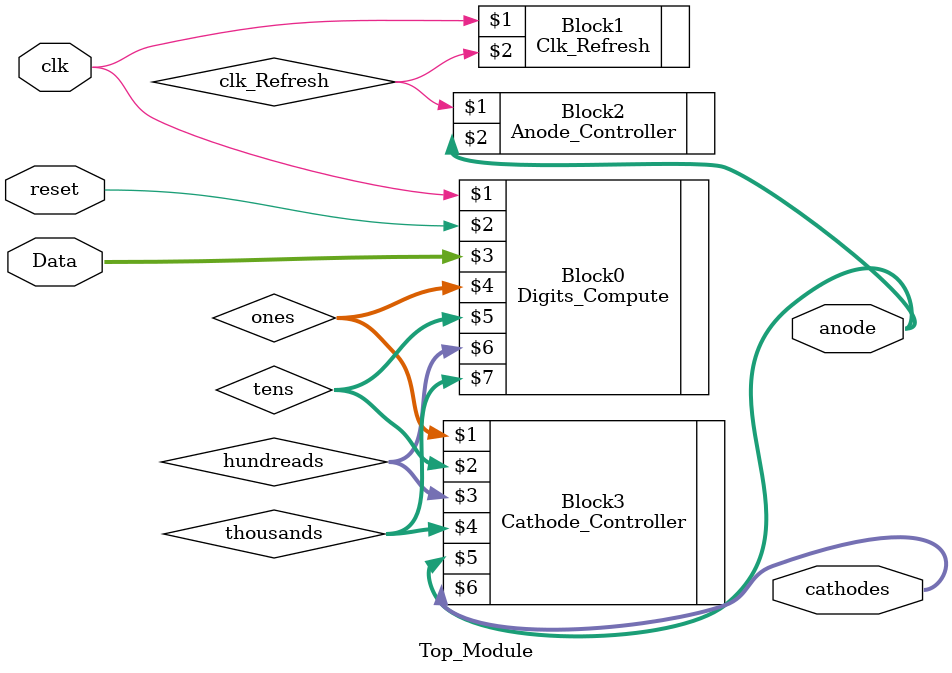
<source format=v>
`timescale 1ns / 1ps


module Top_Module(
                    input clk,
                    input reset,
                    input [7:0] Data,
                    output [7:0] anode,             //// Tells which Digit to Activate
                    output [7:0] cathodes           //// Describes Characters and Numbers when a particular Digit is switched ON 
                  );
                  
wire [3:0] ones,tens,hundreads,thousands;
wire clk_Refresh;		                  
Digits_Compute Block0(
                    clk,
                    reset,
                    Data,
                    ones,       		        // gives information about ones place 	
                    tens,      		            // gives information about tens place
                    hundreads,		        	// gives information about hundreads place
                    thousands		         	// gives information about thousands place
);

Clk_Refresh Block1(
                    clk,
                    clk_Refresh   
                        );
                       
Anode_Controller Block2(
                        clk_Refresh,
                        anode
                     );
                     
Cathode_Controller Block3(
                          ones,       		    // gives information about ones place 	
		                  tens,      		    // gives information about tens place
		                  hundreads,			// gives information about hundreads place
		                  thousands,
                          anode,
                          cathodes
);

endmodule

</source>
